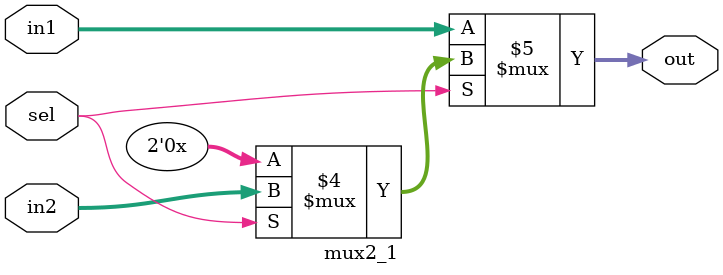
<source format=v>
module mux2_1 (input [1:0] in1,in2,input sel,output[1:0] out);

assign out= (sel==0)? in1:
            (sel==1)? in2:1'bx;

endmodule

</source>
